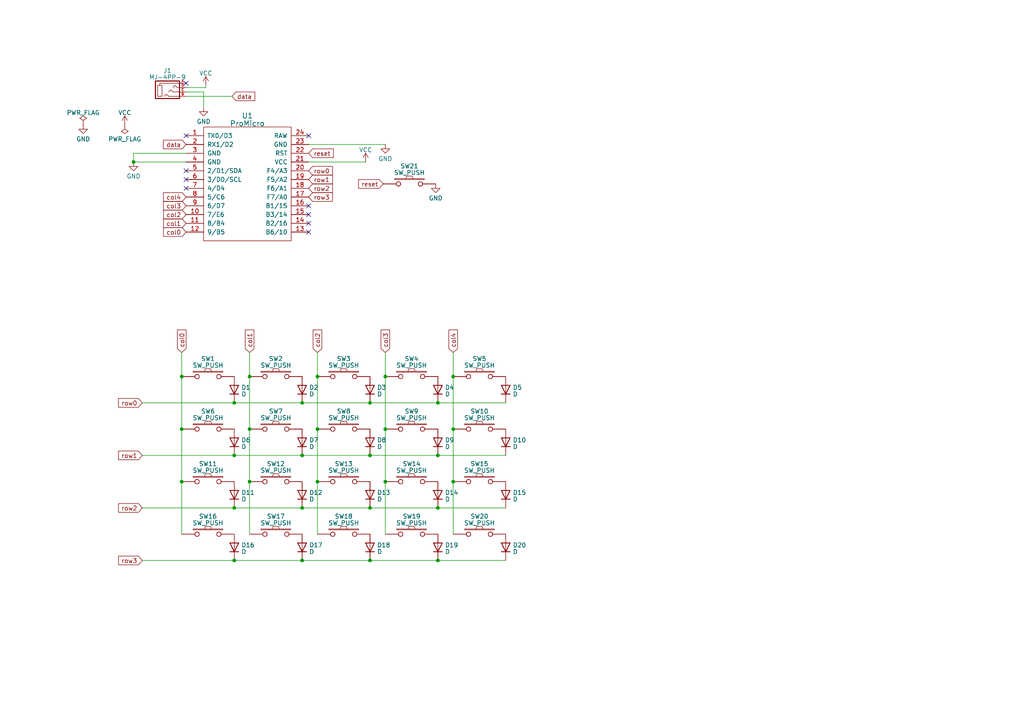
<source format=kicad_sch>
(kicad_sch (version 20230121) (generator eeschema)
  (paper "A4")
  (lib_symbols
    (symbol "Device:D" (pin_numbers hide) (pin_names (offset 1.016) hide)
      (property "Reference" "D" (at 0 2.54 0))
      (property "Value" "D" (at 0 -2.54 0))
      (symbol "D_0_1"
        (polyline (pts (xy -1.27 1.27) (xy -1.27 -1.27)) (stroke (width 0.254)))
        (polyline (pts (xy 1.27 0) (xy -1.27 0)))
        (polyline (pts (xy 1.27 1.27) (xy 1.27 -1.27) (xy -1.27 0) (xy 1.27 1.27)) (stroke (width 0.254)))
      )
      (symbol "D_1_1"
        (pin passive line (at -3.81 0 0) (length 2.54) (name "K") (number "1"))
        (pin passive line (at 3.81 0 180) (length 2.54) (name "A") (number "2"))
      )
    )
    (symbol "kbd:MJ-4PP-9" (pin_names (offset 1.016))
      (property "Reference" "J" (at 0 3.81 0))
      (property "Value" "MJ-4PP-9" (at 0 -3.81 0))
      (symbol "MJ-4PP-9_0_1"
        (rectangle (start -1.905 -1.905) (end -3.175 1.27))
        (polyline (pts (xy -2.54 1.27) (xy -2.54 1.905) (xy 3.175 1.905)))
        (polyline (pts (xy -1.27 -1.905) (xy -0.635 -1.27) (xy 0 -1.905) (xy 3.175 -1.905)))
        (polyline (pts (xy 0 -0.635) (xy 0.635 0) (xy 1.27 -0.635) (xy 3.175 -0.635)))
        (polyline (pts (xy 1.27 0.635) (xy 1.905 1.27) (xy 2.54 0.635) (xy 3.175 0.635)))
        (rectangle (start 3.175 2.54) (end -3.81 -2.54) (stroke (width 0.3048)))
      )
      (symbol "MJ-4PP-9_1_1"
        (pin input line (at 5.08 1.905 180) (length 2.0066) (name "~") (number "A"))
        (pin input line (at 5.08 -1.905 180) (length 2.0066) (name "~") (number "B"))
        (pin input line (at 5.08 -0.635 180) (length 2.0066) (name "~") (number "C"))
        (pin input line (at 5.08 0.635 180) (length 2.0066) (name "~") (number "D"))
      )
    )
    (symbol "kbd:ProMicro" (pin_names (offset 1.016))
      (property "Reference" "U" (at 0 19.05 0))
      (property "Value" "ProMicro" (at 0 -19.05 0))
      (symbol "ProMicro_0_1"
        (rectangle (start -12.7 16.51) (end 12.7 -16.51))
      )
      (symbol "ProMicro_1_1"
        (pin bidirectional line (at -17.78 13.97 0) (length 5.08) (name "TX0/D3") (number "1"))
        (pin bidirectional line (at -17.78 -8.89 0) (length 5.08) (name "7/E6") (number "10"))
        (pin bidirectional line (at -17.78 -11.43 0) (length 5.08) (name "8/B4") (number "11"))
        (pin bidirectional line (at -17.78 -13.97 0) (length 5.08) (name "9/B5") (number "12"))
        (pin bidirectional line (at 17.78 -13.97 180) (length 5.08) (name "B6/10") (number "13"))
        (pin bidirectional line (at 17.78 -11.43 180) (length 5.08) (name "B2/16") (number "14"))
        (pin bidirectional line (at 17.78 -8.89 180) (length 5.08) (name "B3/14") (number "15"))
        (pin bidirectional line (at 17.78 -6.35 180) (length 5.08) (name "B1/15") (number "16"))
        (pin bidirectional line (at 17.78 -3.81 180) (length 5.08) (name "F7/A0") (number "17"))
        (pin bidirectional line (at 17.78 -1.27 180) (length 5.08) (name "F6/A1") (number "18"))
        (pin bidirectional line (at 17.78 1.27 180) (length 5.08) (name "F5/A2") (number "19"))
        (pin bidirectional line (at -17.78 11.43 0) (length 5.08) (name "RX1/D2") (number "2"))
        (pin bidirectional line (at 17.78 3.81 180) (length 5.08) (name "F4/A3") (number "20"))
        (pin power_in line (at 17.78 6.35 180) (length 5.08) (name "VCC") (number "21"))
        (pin input line (at 17.78 8.89 180) (length 5.08) (name "RST") (number "22"))
        (pin power_in line (at 17.78 11.43 180) (length 5.08) (name "GND") (number "23"))
        (pin power_out line (at 17.78 13.97 180) (length 5.08) (name "RAW") (number "24"))
        (pin power_in line (at -17.78 8.89 0) (length 5.08) (name "GND") (number "3"))
        (pin power_in line (at -17.78 6.35 0) (length 5.08) (name "GND") (number "4"))
        (pin bidirectional line (at -17.78 3.81 0) (length 5.08) (name "2/D1/SDA") (number "5"))
        (pin bidirectional line (at -17.78 1.27 0) (length 5.08) (name "3/D0/SCL") (number "6"))
        (pin bidirectional line (at -17.78 -1.27 0) (length 5.08) (name "4/D4") (number "7"))
        (pin bidirectional line (at -17.78 -3.81 0) (length 5.08) (name "5/C6") (number "8"))
        (pin bidirectional line (at -17.78 -6.35 0) (length 5.08) (name "6/D7") (number "9"))
      )
    )
    (symbol "kbd:SW_PUSH" (pin_numbers hide) (pin_names (offset 1.016) hide)
      (property "Reference" "SW" (at 3.81 2.794 0))
      (property "Value" "SW_PUSH" (at 0 -2.032 0))
      (symbol "SW_PUSH_0_1"
        (rectangle (start -4.318 1.27) (end 4.318 1.524))
        (polyline (pts (xy -1.016 1.524) (xy -0.762 2.286) (xy 0.762 2.286) (xy 1.016 1.524)))
        (pin passive inverted (at -7.62 0 0) (length 5.08) (name "1") (number "1"))
        (pin passive inverted (at 7.62 0 180) (length 5.08) (name "2") (number "2"))
      )
    )
    (symbol "power:GND" (power) (pin_names (offset 0))
      (property "Value" "GND" (at 0 -3.81 0))
      (symbol "GND_0_1"
        (polyline (pts (xy 0 0) (xy 0 -1.27) (xy 1.27 -1.27) (xy 0 -2.54) (xy -1.27 -1.27) (xy 0 -1.27)))
      )
      (symbol "GND_1_1"
        (pin power_in line (at 0 0 270) (length 0) hide (name "GND") (number "1"))
      )
    )
    (symbol "power:PWR_FLAG" (power) (pin_numbers hide) (pin_names (offset 0) hide)
      (property "Value" "PWR_FLAG" (at 0 3.81 0))
      (symbol "PWR_FLAG_0_0"
        (pin power_out line (at 0 0 90) (length 0) (name "pwr") (number "1"))
      )
      (symbol "PWR_FLAG_0_1"
        (polyline (pts (xy 0 0) (xy 0 1.27) (xy -1.016 1.905) (xy 0 2.54) (xy 1.016 1.905) (xy 0 1.27)))
      )
    )
    (symbol "power:VCC" (power) (pin_names (offset 0))
      (property "Value" "VCC" (at 0 3.81 0))
      (symbol "VCC_0_1"
        (polyline (pts (xy -0.762 1.27) (xy 0 2.54)))
        (polyline (pts (xy 0 0) (xy 0 2.54)))
        (polyline (pts (xy 0 2.54) (xy 0.762 1.27)))
      )
      (symbol "VCC_1_1"
        (pin power_in line (at 0 0 90) (length 0) hide (name "VCC") (number "1"))
      )
    )
  )
  (junction (at 92.075 124.46))
  (junction (at 72.39 124.46))
  (junction (at 131.445 109.22))
  (junction (at 131.445 139.7))
  (junction (at 107.315 162.56))
  (junction (at 52.705 139.7))
  (junction (at 72.39 109.22))
  (junction (at 127 147.32))
  (junction (at 92.075 109.22))
  (junction (at 111.76 109.22))
  (junction (at 127 116.84))
  (junction (at 87.63 132.08))
  (junction (at 87.63 147.32))
  (junction (at 111.76 139.7))
  (junction (at 38.735 46.99))
  (junction (at 107.315 132.08))
  (junction (at 67.945 116.84))
  (junction (at 127 162.56))
  (junction (at 52.705 109.22))
  (junction (at 67.945 147.32))
  (junction (at 111.76 124.46))
  (junction (at 87.63 162.56))
  (junction (at 87.63 116.84))
  (junction (at 127 132.08))
  (junction (at 107.315 147.32))
  (junction (at 72.39 139.7))
  (junction (at 67.945 162.56))
  (junction (at 92.075 139.7))
  (junction (at 107.315 116.84))
  (junction (at 52.705 124.46))
  (junction (at 131.445 124.46))
  (junction (at 67.945 132.08))
  (no_connect (at 53.975 54.61))
  (no_connect (at 53.975 49.53))
  (no_connect (at 89.535 39.37))
  (no_connect (at 53.975 52.07))
  (no_connect (at 53.975 39.37))
  (no_connect (at 89.535 64.77))
  (no_connect (at 89.535 62.23))
  (no_connect (at 53.975 24.13))
  (no_connect (at 89.535 67.31))
  (no_connect (at 89.535 59.69))
  (wire (pts (xy 107.315 116.84) (xy 127 116.84)))
  (wire (pts (xy 131.445 124.46) (xy 131.445 139.7)))
  (wire (pts (xy 127 116.84) (xy 146.685 116.84)))
  (wire (pts (xy 72.39 124.46) (xy 72.39 139.7)))
  (wire (pts (xy 87.63 147.32) (xy 107.315 147.32)))
  (wire (pts (xy 41.275 147.32) (xy 67.945 147.32)))
  (wire (pts (xy 41.275 116.84) (xy 67.945 116.84)))
  (wire (pts (xy 59.69 25.4) (xy 59.69 24.765)))
  (wire (pts (xy 41.275 132.08) (xy 67.945 132.08)))
  (wire (pts (xy 67.945 132.08) (xy 87.63 132.08)))
  (wire (pts (xy 127 147.32) (xy 146.685 147.32)))
  (wire (pts (xy 52.705 124.46) (xy 52.705 139.7)))
  (wire (pts (xy 67.945 116.84) (xy 87.63 116.84)))
  (wire (pts (xy 131.445 109.22) (xy 131.445 124.46)))
  (wire (pts (xy 131.445 102.235) (xy 131.445 109.22)))
  (wire (pts (xy 92.075 139.7) (xy 92.075 154.94)))
  (wire (pts (xy 111.76 139.7) (xy 111.76 154.94)))
  (wire (pts (xy 111.76 109.22) (xy 111.76 124.46)))
  (wire (pts (xy 127 162.56) (xy 146.685 162.56)))
  (wire (pts (xy 92.075 124.46) (xy 92.075 139.7)))
  (wire (pts (xy 52.705 139.7) (xy 52.705 154.94)))
  (wire (pts (xy 107.315 162.56) (xy 127 162.56)))
  (wire (pts (xy 53.975 26.67) (xy 59.055 26.67)))
  (wire (pts (xy 38.735 44.45) (xy 38.735 46.99)))
  (wire (pts (xy 92.075 102.235) (xy 92.075 109.22)))
  (wire (pts (xy 52.705 102.235) (xy 52.705 109.22)))
  (wire (pts (xy 72.39 102.235) (xy 72.39 109.22)))
  (wire (pts (xy 52.705 109.22) (xy 52.705 124.46)))
  (wire (pts (xy 111.76 124.46) (xy 111.76 139.7)))
  (wire (pts (xy 67.945 147.32) (xy 87.63 147.32)))
  (wire (pts (xy 87.63 162.56) (xy 107.315 162.56)))
  (wire (pts (xy 89.535 46.99) (xy 106.045 46.99)))
  (wire (pts (xy 53.975 25.4) (xy 59.69 25.4)))
  (wire (pts (xy 38.735 46.99) (xy 53.975 46.99)))
  (wire (pts (xy 127 132.08) (xy 146.685 132.08)))
  (wire (pts (xy 67.945 162.56) (xy 87.63 162.56)))
  (wire (pts (xy 72.39 139.7) (xy 72.39 154.94)))
  (wire (pts (xy 53.975 27.94) (xy 67.31 27.94)))
  (wire (pts (xy 107.315 132.08) (xy 127 132.08)))
  (wire (pts (xy 89.535 41.91) (xy 111.76 41.91)))
  (wire (pts (xy 87.63 132.08) (xy 107.315 132.08)))
  (wire (pts (xy 87.63 116.84) (xy 107.315 116.84)))
  (wire (pts (xy 53.975 44.45) (xy 38.735 44.45)))
  (wire (pts (xy 41.275 162.56) (xy 67.945 162.56)))
  (wire (pts (xy 72.39 109.22) (xy 72.39 124.46)))
  (wire (pts (xy 59.055 26.67) (xy 59.055 31.115)))
  (wire (pts (xy 131.445 139.7) (xy 131.445 154.94)))
  (wire (pts (xy 92.075 109.22) (xy 92.075 124.46)))
  (wire (pts (xy 111.76 102.235) (xy 111.76 109.22)))
  (wire (pts (xy 107.315 147.32) (xy 127 147.32)))
  (global_label "row3" (shape input) (at 89.535 57.15 0) (property "Intersheetrefs" "${INTERSHEET_REFS}" (effects hide)))
  (global_label "col1" (shape input) (at 72.39 102.235 90) (property "Intersheetrefs" "${INTERSHEET_REFS}" (effects hide)))
  (global_label "reset" (shape input) (at 111.125 53.34 180) (property "Intersheetrefs" "${INTERSHEET_REFS}" (effects hide)))
  (global_label "reset" (shape input) (at 89.535 44.45 0) (property "Intersheetrefs" "${INTERSHEET_REFS}" (effects hide)))
  (global_label "col3" (shape input) (at 111.76 102.235 90) (property "Intersheetrefs" "${INTERSHEET_REFS}" (effects hide)))
  (global_label "col3" (shape input) (at 53.975 59.69 180) (property "Intersheetrefs" "${INTERSHEET_REFS}" (effects hide)))
  (global_label "row0" (shape input) (at 41.275 116.84 180) (property "Intersheetrefs" "${INTERSHEET_REFS}" (effects hide)))
  (global_label "row2" (shape input) (at 89.535 54.61 0) (property "Intersheetrefs" "${INTERSHEET_REFS}" (effects hide)))
  (global_label "row2" (shape input) (at 41.275 147.32 180) (property "Intersheetrefs" "${INTERSHEET_REFS}" (effects hide)))
  (global_label "col4" (shape input) (at 131.445 102.235 90) (property "Intersheetrefs" "${INTERSHEET_REFS}" (effects hide)))
  (global_label "row1" (shape input) (at 41.275 132.08 180) (property "Intersheetrefs" "${INTERSHEET_REFS}" (effects hide)))
  (global_label "row1" (shape input) (at 89.535 52.07 0) (property "Intersheetrefs" "${INTERSHEET_REFS}" (effects hide)))
  (global_label "data" (shape input) (at 67.31 27.94 0) (property "Intersheetrefs" "${INTERSHEET_REFS}" (effects hide)))
  (global_label "col1" (shape input) (at 53.975 64.77 180) (property "Intersheetrefs" "${INTERSHEET_REFS}" (effects hide)))
  (global_label "col0" (shape input) (at 53.975 67.31 180) (property "Intersheetrefs" "${INTERSHEET_REFS}" (effects hide)))
  (global_label "col0" (shape input) (at 52.705 102.235 90) (property "Intersheetrefs" "${INTERSHEET_REFS}" (effects hide)))
  (global_label "col4" (shape input) (at 53.975 57.15 180) (property "Intersheetrefs" "${INTERSHEET_REFS}" (effects hide)))
  (global_label "col2" (shape input) (at 53.975 62.23 180) (property "Intersheetrefs" "${INTERSHEET_REFS}" (effects hide)))
  (global_label "row0" (shape input) (at 89.535 49.53 0) (property "Intersheetrefs" "${INTERSHEET_REFS}" (effects hide)))
  (global_label "data" (shape input) (at 53.975 41.91 180) (property "Intersheetrefs" "${INTERSHEET_REFS}" (effects hide)))
  (global_label "row3" (shape input) (at 41.275 162.56 180) (property "Intersheetrefs" "${INTERSHEET_REFS}" (effects hide)))
  (global_label "col2" (shape input) (at 92.075 102.235 90) (property "Intersheetrefs" "${INTERSHEET_REFS}" (effects hide)))
  (symbol (lib_id "power:GND") (at 24.13 36.195 0) (unit 1)
    (property "Reference" "#PWR03" (effects hide))
    (property "Value" "GND" (at 24.13 40.3305 0))
  )
  (symbol (lib_id "Device:D") (at 146.685 143.51 90) (unit 1)
    (property "Reference" "D15" (at 148.717 142.8663 90) (effects (justify right)))
    (property "Value" "D" (at 148.717 144.7873 90) (effects (justify right)))
    (property "Footprint" "kbd:D3_TH_SMD_v2" (effects hide))
    (property "Sim.Device" "D" (effects hide))
    (property "Sim.Pins" "1=K 2=A" (effects hide))
  )
  (symbol (lib_id "Device:D") (at 67.945 143.51 90) (unit 1)
    (property "Reference" "D11" (at 69.977 142.8663 90) (effects (justify right)))
    (property "Value" "D" (at 69.977 144.7873 90) (effects (justify right)))
    (property "Footprint" "kbd:D3_TH_SMD_v2" (effects hide))
    (property "Sim.Device" "D" (effects hide))
    (property "Sim.Pins" "1=K 2=A" (effects hide))
  )
  (symbol (lib_id "power:GND") (at 126.365 53.34 0) (unit 1)
    (property "Reference" "#PWR06" (effects hide))
    (property "Value" "GND" (at 126.365 57.4755 0))
  )
  (symbol (lib_id "power:VCC") (at 106.045 46.99 0) (unit 1)
    (property "Reference" "#PWR02" (effects hide))
    (property "Value" "VCC" (at 106.045 43.4881 0))
  )
  (symbol (lib_id "kbd:ProMicro") (at 71.755 53.34 0) (unit 1)
    (property "Reference" "U1" (at 71.755 33.5739 0) (effects (font (size 1.524 1.524))))
    (property "Value" "ProMicro" (at 71.755 35.8281 0) (effects (font (size 1.524 1.524))))
    (property "Footprint" "kbd:ProMicro_v3" (effects hide))
  )
  (symbol (lib_id "Device:D") (at 127 158.75 90) (unit 1)
    (property "Reference" "D19" (at 129.032 158.1063 90) (effects (justify right)))
    (property "Value" "D" (at 129.032 160.0273 90) (effects (justify right)))
    (property "Footprint" "kbd:D3_TH_SMD_v2" (effects hide))
    (property "Sim.Device" "D" (effects hide))
    (property "Sim.Pins" "1=K 2=A" (effects hide))
  )
  (symbol (lib_id "Device:D") (at 127 143.51 90) (unit 1)
    (property "Reference" "D14" (at 129.032 142.8663 90) (effects (justify right)))
    (property "Value" "D" (at 129.032 144.7873 90) (effects (justify right)))
    (property "Footprint" "kbd:D3_TH_SMD_v2" (effects hide))
    (property "Sim.Device" "D" (effects hide))
    (property "Sim.Pins" "1=K 2=A" (effects hide))
  )
  (symbol (lib_id "kbd:SW_PUSH") (at 119.38 109.22 0) (unit 1)
    (property "Reference" "SW4" (at 119.38 104.0511 0))
    (property "Value" "SW_PUSH" (at 119.38 105.9721 0))
    (property "Footprint" "kbd:CherryMX_Hotswap" (effects hide))
  )
  (symbol (lib_id "Device:D") (at 67.945 128.27 90) (unit 1)
    (property "Reference" "D6" (at 69.977 127.6263 90) (effects (justify right)))
    (property "Value" "D" (at 69.977 129.5473 90) (effects (justify right)))
    (property "Footprint" "kbd:D3_TH_SMD_v2" (effects hide))
    (property "Sim.Device" "D" (effects hide))
    (property "Sim.Pins" "1=K 2=A" (effects hide))
  )
  (symbol (lib_id "Device:D") (at 67.945 113.03 90) (unit 1)
    (property "Reference" "D1" (at 69.977 112.3863 90) (effects (justify right)))
    (property "Value" "D" (at 69.977 114.3073 90) (effects (justify right)))
    (property "Footprint" "kbd:D3_TH_SMD_v2" (effects hide))
    (property "Sim.Device" "D" (effects hide))
    (property "Sim.Pins" "1=K 2=A" (effects hide))
  )
  (symbol (lib_id "kbd:SW_PUSH") (at 139.065 139.7 0) (unit 1)
    (property "Reference" "SW15" (at 139.065 134.5311 0))
    (property "Value" "SW_PUSH" (at 139.065 136.4521 0))
    (property "Footprint" "kbd:CherryMX_Hotswap" (effects hide))
  )
  (symbol (lib_id "kbd:SW_PUSH") (at 80.01 154.94 0) (unit 1)
    (property "Reference" "SW17" (at 80.01 149.7711 0))
    (property "Value" "SW_PUSH" (at 80.01 151.6921 0))
    (property "Footprint" "kbd:CherryMX_Hotswap" (effects hide))
  )
  (symbol (lib_id "Device:D") (at 107.315 143.51 90) (unit 1)
    (property "Reference" "D13" (at 109.347 142.8663 90) (effects (justify right)))
    (property "Value" "D" (at 109.347 144.7873 90) (effects (justify right)))
    (property "Footprint" "kbd:D3_TH_SMD_v2" (effects hide))
    (property "Sim.Device" "D" (effects hide))
    (property "Sim.Pins" "1=K 2=A" (effects hide))
  )
  (symbol (lib_id "power:VCC") (at 59.69 24.765 0) (unit 1)
    (property "Reference" "#PWR07" (effects hide))
    (property "Value" "VCC" (at 59.69 21.2631 0))
  )
  (symbol (lib_id "kbd:SW_PUSH") (at 119.38 124.46 0) (unit 1)
    (property "Reference" "SW9" (at 119.38 119.2911 0))
    (property "Value" "SW_PUSH" (at 119.38 121.2121 0))
    (property "Footprint" "kbd:CherryMX_Hotswap" (effects hide))
  )
  (symbol (lib_id "Device:D") (at 67.945 158.75 90) (unit 1)
    (property "Reference" "D16" (at 69.977 158.1063 90) (effects (justify right)))
    (property "Value" "D" (at 69.977 160.0273 90) (effects (justify right)))
    (property "Footprint" "kbd:D3_TH_SMD_v2" (effects hide))
    (property "Sim.Device" "D" (effects hide))
    (property "Sim.Pins" "1=K 2=A" (effects hide))
  )
  (symbol (lib_id "Device:D") (at 87.63 143.51 90) (unit 1)
    (property "Reference" "D12" (at 89.662 142.8663 90) (effects (justify right)))
    (property "Value" "D" (at 89.662 144.7873 90) (effects (justify right)))
    (property "Footprint" "kbd:D3_TH_SMD_v2" (effects hide))
    (property "Sim.Device" "D" (effects hide))
    (property "Sim.Pins" "1=K 2=A" (effects hide))
  )
  (symbol (lib_id "kbd:SW_PUSH") (at 60.325 124.46 0) (unit 1)
    (property "Reference" "SW6" (at 60.325 119.2911 0))
    (property "Value" "SW_PUSH" (at 60.325 121.2121 0))
    (property "Footprint" "kbd:CherryMX_Hotswap" (effects hide))
  )
  (symbol (lib_id "kbd:SW_PUSH") (at 139.065 124.46 0) (unit 1)
    (property "Reference" "SW10" (at 139.065 119.2911 0))
    (property "Value" "SW_PUSH" (at 139.065 121.2121 0))
    (property "Footprint" "kbd:CherryMX_Hotswap" (effects hide))
  )
  (symbol (lib_id "kbd:SW_PUSH") (at 99.695 154.94 0) (unit 1)
    (property "Reference" "SW18" (at 99.695 149.7711 0))
    (property "Value" "SW_PUSH" (at 99.695 151.6921 0))
    (property "Footprint" "kbd:CherryMX_Hotswap" (effects hide))
  )
  (symbol (lib_id "kbd:SW_PUSH") (at 118.745 53.34 0) (unit 1)
    (property "Reference" "SW21" (at 118.745 48.1711 0))
    (property "Value" "SW_PUSH" (at 118.745 50.0921 0))
    (property "Footprint" "kbd:ResetSW" (effects hide))
  )
  (symbol (lib_id "kbd:SW_PUSH") (at 80.01 109.22 0) (unit 1)
    (property "Reference" "SW2" (at 80.01 104.0511 0))
    (property "Value" "SW_PUSH" (at 80.01 105.9721 0))
    (property "Footprint" "kbd:CherryMX_Hotswap" (effects hide))
  )
  (symbol (lib_id "kbd:SW_PUSH") (at 60.325 154.94 0) (unit 1)
    (property "Reference" "SW16" (at 60.325 149.7711 0))
    (property "Value" "SW_PUSH" (at 60.325 151.6921 0))
    (property "Footprint" "kbd:CherryMX_Hotswap" (effects hide))
  )
  (symbol (lib_id "kbd:SW_PUSH") (at 99.695 124.46 0) (unit 1)
    (property "Reference" "SW8" (at 99.695 119.2911 0))
    (property "Value" "SW_PUSH" (at 99.695 121.2121 0))
    (property "Footprint" "kbd:CherryMX_Hotswap" (effects hide))
  )
  (symbol (lib_id "kbd:SW_PUSH") (at 80.01 124.46 0) (unit 1)
    (property "Reference" "SW7" (at 80.01 119.2911 0))
    (property "Value" "SW_PUSH" (at 80.01 121.2121 0))
    (property "Footprint" "kbd:CherryMX_Hotswap" (effects hide))
  )
  (symbol (lib_id "Device:D") (at 107.315 158.75 90) (unit 1)
    (property "Reference" "D18" (at 109.347 158.1063 90) (effects (justify right)))
    (property "Value" "D" (at 109.347 160.0273 90) (effects (justify right)))
    (property "Footprint" "kbd:D3_TH_SMD_v2" (effects hide))
    (property "Sim.Device" "D" (effects hide))
    (property "Sim.Pins" "1=K 2=A" (effects hide))
  )
  (symbol (lib_id "kbd:SW_PUSH") (at 60.325 109.22 0) (unit 1)
    (property "Reference" "SW1" (at 60.325 104.0511 0))
    (property "Value" "SW_PUSH" (at 60.325 105.9721 0))
    (property "Footprint" "kbd:CherryMX_Hotswap" (effects hide))
  )
  (symbol (lib_id "Device:D") (at 87.63 158.75 90) (unit 1)
    (property "Reference" "D17" (at 89.662 158.1063 90) (effects (justify right)))
    (property "Value" "D" (at 89.662 160.0273 90) (effects (justify right)))
    (property "Footprint" "kbd:D3_TH_SMD_v2" (effects hide))
    (property "Sim.Device" "D" (effects hide))
    (property "Sim.Pins" "1=K 2=A" (effects hide))
  )
  (symbol (lib_id "Device:D") (at 107.315 128.27 90) (unit 1)
    (property "Reference" "D8" (at 109.347 127.6263 90) (effects (justify right)))
    (property "Value" "D" (at 109.347 129.5473 90) (effects (justify right)))
    (property "Footprint" "kbd:D3_TH_SMD_v2" (effects hide))
    (property "Sim.Device" "D" (effects hide))
    (property "Sim.Pins" "1=K 2=A" (effects hide))
  )
  (symbol (lib_id "Device:D") (at 127 113.03 90) (unit 1)
    (property "Reference" "D4" (at 129.032 112.3863 90) (effects (justify right)))
    (property "Value" "D" (at 129.032 114.3073 90) (effects (justify right)))
    (property "Footprint" "kbd:D3_TH_SMD_v2" (effects hide))
    (property "Sim.Device" "D" (effects hide))
    (property "Sim.Pins" "1=K 2=A" (effects hide))
  )
  (symbol (lib_id "Device:D") (at 127 128.27 90) (unit 1)
    (property "Reference" "D9" (at 129.032 127.6263 90) (effects (justify right)))
    (property "Value" "D" (at 129.032 129.5473 90) (effects (justify right)))
    (property "Footprint" "kbd:D3_TH_SMD_v2" (effects hide))
    (property "Sim.Device" "D" (effects hide))
    (property "Sim.Pins" "1=K 2=A" (effects hide))
  )
  (symbol (lib_id "kbd:SW_PUSH") (at 99.695 109.22 0) (unit 1)
    (property "Reference" "SW3" (at 99.695 104.0511 0))
    (property "Value" "SW_PUSH" (at 99.695 105.9721 0))
    (property "Footprint" "kbd:CherryMX_Hotswap" (effects hide))
  )
  (symbol (lib_id "kbd:SW_PUSH") (at 119.38 139.7 0) (unit 1)
    (property "Reference" "SW14" (at 119.38 134.5311 0))
    (property "Value" "SW_PUSH" (at 119.38 136.4521 0))
    (property "Footprint" "kbd:CherryMX_Hotswap" (effects hide))
  )
  (symbol (lib_id "Device:D") (at 146.685 128.27 90) (unit 1)
    (property "Reference" "D10" (at 148.717 127.6263 90) (effects (justify right)))
    (property "Value" "D" (at 148.717 129.5473 90) (effects (justify right)))
    (property "Footprint" "kbd:D3_TH_SMD_v2" (effects hide))
    (property "Sim.Device" "D" (effects hide))
    (property "Sim.Pins" "1=K 2=A" (effects hide))
  )
  (symbol (lib_id "kbd:SW_PUSH") (at 139.065 109.22 0) (unit 1)
    (property "Reference" "SW5" (at 139.065 104.0511 0))
    (property "Value" "SW_PUSH" (at 139.065 105.9721 0))
    (property "Footprint" "kbd:CherryMX_Hotswap" (effects hide))
  )
  (symbol (lib_id "power:GND") (at 38.735 46.99 0) (unit 1)
    (property "Reference" "#PWR01" (effects hide))
    (property "Value" "GND" (at 38.735 51.1255 0))
  )
  (symbol (lib_id "Device:D") (at 87.63 128.27 90) (unit 1)
    (property "Reference" "D7" (at 89.662 127.6263 90) (effects (justify right)))
    (property "Value" "D" (at 89.662 129.5473 90) (effects (justify right)))
    (property "Footprint" "kbd:D3_TH_SMD_v2" (effects hide))
    (property "Sim.Device" "D" (effects hide))
    (property "Sim.Pins" "1=K 2=A" (effects hide))
  )
  (symbol (lib_id "kbd:MJ-4PP-9") (at 48.895 26.035 0) (unit 1)
    (property "Reference" "J1" (at 48.5775 20.4597 0))
    (property "Value" "MJ-4PP-9" (at 48.5775 22.3807 0))
    (property "Footprint" "kbd:MJ-4PP-9" (effects hide))
  )
  (symbol (lib_id "kbd:SW_PUSH") (at 119.38 154.94 0) (unit 1)
    (property "Reference" "SW19" (at 119.38 149.7711 0))
    (property "Value" "SW_PUSH" (at 119.38 151.6921 0))
    (property "Footprint" "kbd:CherryMX_Hotswap" (effects hide))
  )
  (symbol (lib_id "Device:D") (at 87.63 113.03 90) (unit 1)
    (property "Reference" "D2" (at 89.662 112.3863 90) (effects (justify right)))
    (property "Value" "D" (at 89.662 114.3073 90) (effects (justify right)))
    (property "Footprint" "kbd:D3_TH_SMD_v2" (effects hide))
    (property "Sim.Device" "D" (effects hide))
    (property "Sim.Pins" "1=K 2=A" (effects hide))
  )
  (symbol (lib_id "power:VCC") (at 36.195 36.195 0) (unit 1)
    (property "Reference" "#PWR04" (effects hide))
    (property "Value" "VCC" (at 36.195 32.6931 0))
  )
  (symbol (lib_id "power:GND") (at 59.055 31.115 0) (unit 1)
    (property "Reference" "#PWR08" (effects hide))
    (property "Value" "GND" (at 59.055 35.2505 0))
  )
  (symbol (lib_id "kbd:SW_PUSH") (at 60.325 139.7 0) (unit 1)
    (property "Reference" "SW11" (at 60.325 134.5311 0))
    (property "Value" "SW_PUSH" (at 60.325 136.4521 0))
    (property "Footprint" "kbd:CherryMX_Hotswap" (effects hide))
  )
  (symbol (lib_id "kbd:SW_PUSH") (at 99.695 139.7 0) (unit 1)
    (property "Reference" "SW13" (at 99.695 134.5311 0))
    (property "Value" "SW_PUSH" (at 99.695 136.4521 0))
    (property "Footprint" "kbd:CherryMX_Hotswap" (effects hide))
  )
  (symbol (lib_id "Device:D") (at 107.315 113.03 90) (unit 1)
    (property "Reference" "D3" (at 109.347 112.3863 90) (effects (justify right)))
    (property "Value" "D" (at 109.347 114.3073 90) (effects (justify right)))
    (property "Footprint" "kbd:D3_TH_SMD_v2" (effects hide))
    (property "Sim.Device" "D" (effects hide))
    (property "Sim.Pins" "1=K 2=A" (effects hide))
  )
  (symbol (lib_id "Device:D") (at 146.685 158.75 90) (unit 1)
    (property "Reference" "D20" (at 148.717 158.1063 90) (effects (justify right)))
    (property "Value" "D" (at 148.717 160.0273 90) (effects (justify right)))
    (property "Footprint" "kbd:D3_TH_SMD_v2" (effects hide))
    (property "Sim.Device" "D" (effects hide))
    (property "Sim.Pins" "1=K 2=A" (effects hide))
  )
  (symbol (lib_id "power:PWR_FLAG") (at 36.195 36.195 180) (unit 1)
    (property "Reference" "#FLG02" (effects hide))
    (property "Value" "PWR_FLAG" (at 36.195 40.3305 0))
  )
  (symbol (lib_id "kbd:SW_PUSH") (at 80.01 139.7 0) (unit 1)
    (property "Reference" "SW12" (at 80.01 134.5311 0))
    (property "Value" "SW_PUSH" (at 80.01 136.4521 0))
    (property "Footprint" "kbd:CherryMX_Hotswap" (effects hide))
  )
  (symbol (lib_id "power:GND") (at 111.76 41.91 0) (unit 1)
    (property "Reference" "#PWR05" (effects hide))
    (property "Value" "GND" (at 111.76 46.0455 0))
  )
  (symbol (lib_id "Device:D") (at 146.685 113.03 90) (unit 1)
    (property "Reference" "D5" (at 148.717 112.3863 90) (effects (justify right)))
    (property "Value" "D" (at 148.717 114.3073 90) (effects (justify right)))
    (property "Footprint" "kbd:D3_TH_SMD_v2" (effects hide))
    (property "Sim.Device" "D" (effects hide))
    (property "Sim.Pins" "1=K 2=A" (effects hide))
  )
  (symbol (lib_id "power:PWR_FLAG") (at 24.13 36.195 0) (unit 1)
    (property "Reference" "#FLG01" (effects hide))
    (property "Value" "PWR_FLAG" (at 24.13 32.6931 0))
  )
  (symbol (lib_id "kbd:SW_PUSH") (at 139.065 154.94 0) (unit 1)
    (property "Reference" "SW20" (at 139.065 149.7711 0))
    (property "Value" "SW_PUSH" (at 139.065 151.6921 0))
    (property "Footprint" "kbd:CherryMX_Hotswap" (effects hide))
  )
)
</source>
